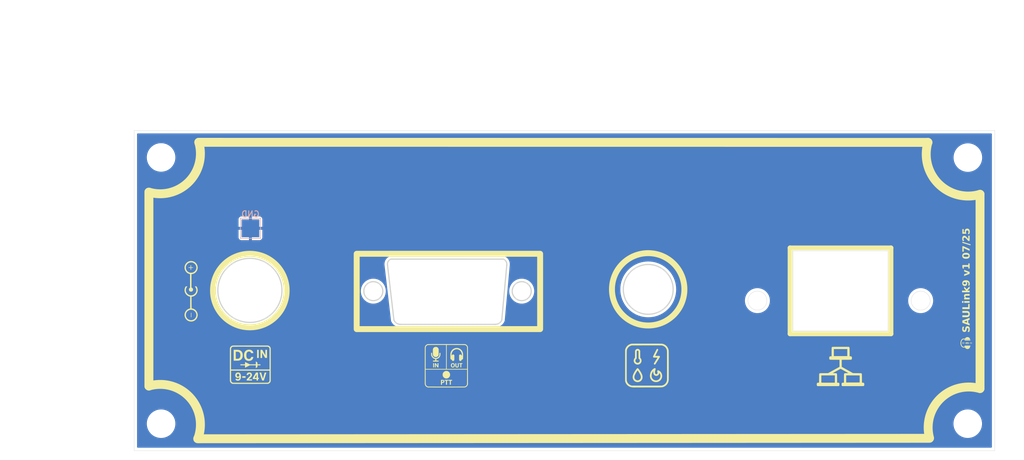
<source format=kicad_pcb>
(kicad_pcb (version 20240108) (generator "pcbnew") (generator_version "8.0")
  (layers (0 "F.Cu" signal) (31 "B.Cu" signal) (34 "B.Paste" user) (35 "F.Paste" user) (36 "B.SilkS" user "B.Silkscreen") (37 "F.SilkS" user "F.Silkscreen") (38 "B.Mask" user) (39 "F.Mask" user) (44 "Edge.Cuts" user))
  (net 0 "")
  (net 1 "GND")
  (footprint "LOGO" (layer "F.Cu") (at 133.1 109.7)
    (property "Reference" "G4" (hide yes))
    (property "Value" "LOGO" (hide yes))
  )
  (footprint "LOGO" (layer "F.Cu") (at 100.1 109.5)
    (property "Reference" "G2" (hide yes))
    (property "Value" "LOGO" (hide yes))
  )
  (footprint "MountingHole:MountingHole_4.3mm_M4" (layer "F.Cu") (at 85.05 119.45)
    (property "Reference" "REF4" (hide yes))
    (property "Value" "MountingHole_4.3mm_M4")
    (pad "" np_thru_hole circle (at 0 0) (size 4.3 4.3) (drill 4.3) (layers "F&B.Cu" "*.Mask"))
  )
  (footprint "LOGO" (layer "F.Cu") (at 90.1 97 90)
    (property "Reference" "G2" (hide yes))
    (property "Value" "LOGO" (hide yes))
  )
  (footprint "MountingHole:MountingHole_4.3mm_M4" (layer "F.Cu") (at 220.95 74.575)
    (property "Reference" "REF2" (hide yes))
    (property "Value" "MountingHole_4.3mm_M4")
    (pad "" np_thru_hole circle (at 0 0) (size 4.3 4.3) (drill 4.3) (layers "F&B.Cu" "*.Mask"))
  )
  (footprint "LOGO" (layer "F.Cu") (at 199.5 109.8)
    (property "Reference" "G4" (hide yes))
    (property "Value" "LOGO" (hide yes))
  )
  (footprint "LOGO" (layer "F.Cu") (at 220.7 105.85 90)
    (property "Reference" "G2" (hide yes))
    (property "Value" "LOGO" (hide yes))
  )
  (footprint "MountingHole:MountingHole_4.3mm_M4" (layer "F.Cu") (at 85.05 74.55)
    (property "Reference" "REF1" (hide yes))
    (property "Value" "MountingHole_4.3mm_M4")
    (pad "" np_thru_hole circle (at 0 0) (size 4.3 4.3) (drill 4.3) (layers "F&B.Cu" "*.Mask"))
  )
  (footprint "LOGO" (layer "F.Cu") (at 166.9 109.6)
    (property "Reference" "G7" (hide yes))
    (property "Value" "LOGO" (hide yes))
  )
  (footprint "MountingHole:MountingHole_4.3mm_M4" (layer "F.Cu") (at 220.93 119.45)
    (property "Reference" "REF3" (hide yes))
    (property "Value" "MountingHole_4.3mm_M4")
    (pad "" np_thru_hole circle (at 0 0) (size 4.3 4.3) (drill 4.3) (layers "F&B.Cu" "*.Mask"))
  )
  (footprint "TestPoint:TestPoint_Pad_3.0x3.0mm" (layer "B.Cu") (at 100.1 86.5 180)
    (property "Reference" "GND" (at 0 2.398 180) (layer "B.SilkS") (effects (justify mirror)))
    (property "Value" "TestPoint")
    (pad "1" smd rect (at 0 0 180) (size 3 3) (layers "B.Cu" "B.Mask") (net 1 "GND"))
  )
  (gr_arc (start 214.500001 121.87) (mid 216.310646 115.222323) (end 222.99032 113.533539) (stroke (width 1.5)) (layer "F.SilkS"))
  (gr_arc (start 223 80.77307) (mid 216.011784 78.999218) (end 214.22254 72.014928) (stroke (width 1.5)) (layer "F.SilkS"))
  (gr_arc (start 83 113.096195) (mid 89.856114 114.97569) (end 91.256388 121.945484) (stroke (width 1.5)) (layer "F.SilkS"))
  (gr_line (start 208 104.3) (end 191 104.3) (stroke (width 0.8)) (layer "F.SilkS"))
  (gr_line (start 191 104.3) (end 191 89.8) (stroke (width 0.8)) (layer "F.SilkS"))
  (gr_circle (center 100 97) (end 106.2 97) (stroke (width 1)) (fill none) (layer "F.SilkS"))
  (gr_line (start 83 80.403806) (end 83 113.096194) (stroke (width 1.5)) (layer "F.SilkS"))
  (gr_line (start 214.22254 72.014928) (end 91.403806 72) (stroke (width 1.5)) (layer "F.SilkS"))
  (gr_line (start 191 89.8) (end 208 89.8) (stroke (width 0.8)) (layer "F.SilkS"))
  (gr_line (start 223 80.77307) (end 223 113.500001) (stroke (width 1.5)) (layer "F.SilkS"))
  (gr_arc (start 91.403806 72) (mid 89.693087 78.693087) (end 83 80.403806) (stroke (width 1.5)) (layer "F.SilkS"))
  (gr_rect (start 118 90.8) (end 148.9 103.5) (stroke (width 1)) (fill none) (layer "F.SilkS"))
  (gr_circle (center 167.1 96.79) (end 173.2 96.79) (stroke (width 1)) (fill none) (layer "F.SilkS"))
  (gr_line (start 208 89.8) (end 208 104.3) (stroke (width 0.8)) (layer "F.SilkS"))
  (gr_line (start 214.463612 121.914516) (end 91.22 121.99) (stroke (width 1.5)) (layer "F.SilkS"))
  (gr_circle (center 100.01 96.97) (end 105.41 96.97) (stroke (width 0.2)) (fill none) (layer "Edge.Cuts"))
  (gr_arc (start 142.439742 101.966814) (mid 141.984305 102.511296) (end 141.3 102.7) (stroke (width 0.2)) (layer "Edge.Cuts"))
  (gr_rect (start 191.5 90.3) (end 207.5 103.8) (stroke (width 0.05)) (fill none) (layer "Edge.Cuts"))
  (gr_arc (start 123.193338 92.702638) (mid 123.3 92.1) (end 123.760614 91.697031) (stroke (width 0.2)) (layer "Edge.Cuts"))
  (gr_circle (center 167.11 96.8) (end 171.31 96.8) (stroke (width 0.2)) (fill none) (layer "Edge.Cuts"))
  (gr_line (start 125.3 102.699999) (end 141.3 102.7) (stroke (width 0.2)) (layer "Edge.Cuts"))
  (gr_line (start 142.439742 101.966814) (end 143.28 92.71) (stroke (width 0.2)) (layer "Edge.Cuts"))
  (gr_circle (center 145.8 97.1) (end 147.4 97.1) (stroke (width 0.2)) (fill none) (layer "Edge.Cuts"))
  (gr_line (start 123.760614 91.697031) (end 142.706733 91.7) (stroke (width 0.2)) (layer "Edge.Cuts"))
  (gr_circle (center 120.8 97.1) (end 122.4 97.1) (stroke (width 0.2)) (fill none) (layer "Edge.Cuts"))
  (gr_arc (start 125.3 102.699999) (mid 124.682185 102.48041) (end 124.273766 101.967469) (stroke (width 0.2)) (layer "Edge.Cuts"))
  (gr_arc (start 142.71 91.7) (mid 143.170614 92.102969) (end 143.277276 92.705607) (stroke (width 0.2)) (layer "Edge.Cuts"))
  (gr_line (start 124.273766 101.967469) (end 123.193338 92.702638) (stroke (width 0.2)) (layer "Edge.Cuts"))
  (gr_circle (center 185.5 98.7) (end 187.1 98.7) (stroke (width 0.05)) (fill none) (layer "Edge.Cuts"))
  (gr_circle (center 213 98.7) (end 214.6 98.7) (stroke (width 0.05)) (fill none) (layer "Edge.Cuts"))
  (gr_rect (start 80.5 70) (end 225.5 124) (stroke (width 0.05)) (fill none) (layer "Edge.Cuts"))
  (gr_text "SAULink9 v1 07/25" (at 221.45 104.1 90) (layer "F.SilkS") (effects (font (size 1.2 1.2) (thickness 0.2) (bold yes)) (justify left bottom)))
  (zone (net 1) (net_name "GND") (layer "B.Cu") (connect_pads (clearance 0.5)) (min_thickness 0.25) (fill yes (thermal_gap 0.5) (thermal_bridge_width 0.5))
    (polygon (pts (xy 80.5 70) (xy 225.5 70) (xy 225.5 124) (xy 80.5 124)))
  )
)
</source>
